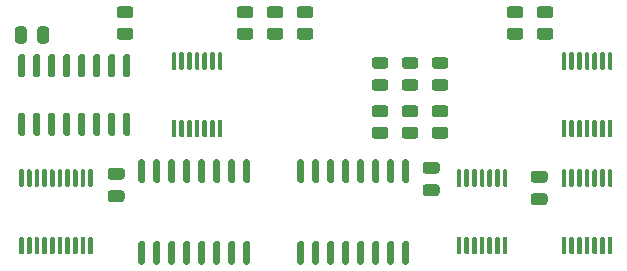
<source format=gbr>
%TF.GenerationSoftware,KiCad,Pcbnew,(5.1.10-1-10_14)*%
%TF.CreationDate,2021-11-15T20:19:36-05:00*%
%TF.ProjectId,interrupts,696e7465-7272-4757-9074-732e6b696361,rev?*%
%TF.SameCoordinates,Original*%
%TF.FileFunction,Paste,Top*%
%TF.FilePolarity,Positive*%
%FSLAX46Y46*%
G04 Gerber Fmt 4.6, Leading zero omitted, Abs format (unit mm)*
G04 Created by KiCad (PCBNEW (5.1.10-1-10_14)) date 2021-11-15 20:19:36*
%MOMM*%
%LPD*%
G01*
G04 APERTURE LIST*
G04 APERTURE END LIST*
%TO.C,U9*%
G36*
G01*
X160551000Y-100903000D02*
X160251000Y-100903000D01*
G75*
G02*
X160101000Y-100753000I0J150000D01*
G01*
X160101000Y-99078000D01*
G75*
G02*
X160251000Y-98928000I150000J0D01*
G01*
X160551000Y-98928000D01*
G75*
G02*
X160701000Y-99078000I0J-150000D01*
G01*
X160701000Y-100753000D01*
G75*
G02*
X160551000Y-100903000I-150000J0D01*
G01*
G37*
G36*
G01*
X161821000Y-100903000D02*
X161521000Y-100903000D01*
G75*
G02*
X161371000Y-100753000I0J150000D01*
G01*
X161371000Y-99078000D01*
G75*
G02*
X161521000Y-98928000I150000J0D01*
G01*
X161821000Y-98928000D01*
G75*
G02*
X161971000Y-99078000I0J-150000D01*
G01*
X161971000Y-100753000D01*
G75*
G02*
X161821000Y-100903000I-150000J0D01*
G01*
G37*
G36*
G01*
X163091000Y-100903000D02*
X162791000Y-100903000D01*
G75*
G02*
X162641000Y-100753000I0J150000D01*
G01*
X162641000Y-99078000D01*
G75*
G02*
X162791000Y-98928000I150000J0D01*
G01*
X163091000Y-98928000D01*
G75*
G02*
X163241000Y-99078000I0J-150000D01*
G01*
X163241000Y-100753000D01*
G75*
G02*
X163091000Y-100903000I-150000J0D01*
G01*
G37*
G36*
G01*
X164361000Y-100903000D02*
X164061000Y-100903000D01*
G75*
G02*
X163911000Y-100753000I0J150000D01*
G01*
X163911000Y-99078000D01*
G75*
G02*
X164061000Y-98928000I150000J0D01*
G01*
X164361000Y-98928000D01*
G75*
G02*
X164511000Y-99078000I0J-150000D01*
G01*
X164511000Y-100753000D01*
G75*
G02*
X164361000Y-100903000I-150000J0D01*
G01*
G37*
G36*
G01*
X165631000Y-100903000D02*
X165331000Y-100903000D01*
G75*
G02*
X165181000Y-100753000I0J150000D01*
G01*
X165181000Y-99078000D01*
G75*
G02*
X165331000Y-98928000I150000J0D01*
G01*
X165631000Y-98928000D01*
G75*
G02*
X165781000Y-99078000I0J-150000D01*
G01*
X165781000Y-100753000D01*
G75*
G02*
X165631000Y-100903000I-150000J0D01*
G01*
G37*
G36*
G01*
X166901000Y-100903000D02*
X166601000Y-100903000D01*
G75*
G02*
X166451000Y-100753000I0J150000D01*
G01*
X166451000Y-99078000D01*
G75*
G02*
X166601000Y-98928000I150000J0D01*
G01*
X166901000Y-98928000D01*
G75*
G02*
X167051000Y-99078000I0J-150000D01*
G01*
X167051000Y-100753000D01*
G75*
G02*
X166901000Y-100903000I-150000J0D01*
G01*
G37*
G36*
G01*
X168171000Y-100903000D02*
X167871000Y-100903000D01*
G75*
G02*
X167721000Y-100753000I0J150000D01*
G01*
X167721000Y-99078000D01*
G75*
G02*
X167871000Y-98928000I150000J0D01*
G01*
X168171000Y-98928000D01*
G75*
G02*
X168321000Y-99078000I0J-150000D01*
G01*
X168321000Y-100753000D01*
G75*
G02*
X168171000Y-100903000I-150000J0D01*
G01*
G37*
G36*
G01*
X169441000Y-100903000D02*
X169141000Y-100903000D01*
G75*
G02*
X168991000Y-100753000I0J150000D01*
G01*
X168991000Y-99078000D01*
G75*
G02*
X169141000Y-98928000I150000J0D01*
G01*
X169441000Y-98928000D01*
G75*
G02*
X169591000Y-99078000I0J-150000D01*
G01*
X169591000Y-100753000D01*
G75*
G02*
X169441000Y-100903000I-150000J0D01*
G01*
G37*
G36*
G01*
X169441000Y-107828000D02*
X169141000Y-107828000D01*
G75*
G02*
X168991000Y-107678000I0J150000D01*
G01*
X168991000Y-106003000D01*
G75*
G02*
X169141000Y-105853000I150000J0D01*
G01*
X169441000Y-105853000D01*
G75*
G02*
X169591000Y-106003000I0J-150000D01*
G01*
X169591000Y-107678000D01*
G75*
G02*
X169441000Y-107828000I-150000J0D01*
G01*
G37*
G36*
G01*
X168171000Y-107828000D02*
X167871000Y-107828000D01*
G75*
G02*
X167721000Y-107678000I0J150000D01*
G01*
X167721000Y-106003000D01*
G75*
G02*
X167871000Y-105853000I150000J0D01*
G01*
X168171000Y-105853000D01*
G75*
G02*
X168321000Y-106003000I0J-150000D01*
G01*
X168321000Y-107678000D01*
G75*
G02*
X168171000Y-107828000I-150000J0D01*
G01*
G37*
G36*
G01*
X166901000Y-107828000D02*
X166601000Y-107828000D01*
G75*
G02*
X166451000Y-107678000I0J150000D01*
G01*
X166451000Y-106003000D01*
G75*
G02*
X166601000Y-105853000I150000J0D01*
G01*
X166901000Y-105853000D01*
G75*
G02*
X167051000Y-106003000I0J-150000D01*
G01*
X167051000Y-107678000D01*
G75*
G02*
X166901000Y-107828000I-150000J0D01*
G01*
G37*
G36*
G01*
X165631000Y-107828000D02*
X165331000Y-107828000D01*
G75*
G02*
X165181000Y-107678000I0J150000D01*
G01*
X165181000Y-106003000D01*
G75*
G02*
X165331000Y-105853000I150000J0D01*
G01*
X165631000Y-105853000D01*
G75*
G02*
X165781000Y-106003000I0J-150000D01*
G01*
X165781000Y-107678000D01*
G75*
G02*
X165631000Y-107828000I-150000J0D01*
G01*
G37*
G36*
G01*
X164361000Y-107828000D02*
X164061000Y-107828000D01*
G75*
G02*
X163911000Y-107678000I0J150000D01*
G01*
X163911000Y-106003000D01*
G75*
G02*
X164061000Y-105853000I150000J0D01*
G01*
X164361000Y-105853000D01*
G75*
G02*
X164511000Y-106003000I0J-150000D01*
G01*
X164511000Y-107678000D01*
G75*
G02*
X164361000Y-107828000I-150000J0D01*
G01*
G37*
G36*
G01*
X163091000Y-107828000D02*
X162791000Y-107828000D01*
G75*
G02*
X162641000Y-107678000I0J150000D01*
G01*
X162641000Y-106003000D01*
G75*
G02*
X162791000Y-105853000I150000J0D01*
G01*
X163091000Y-105853000D01*
G75*
G02*
X163241000Y-106003000I0J-150000D01*
G01*
X163241000Y-107678000D01*
G75*
G02*
X163091000Y-107828000I-150000J0D01*
G01*
G37*
G36*
G01*
X161821000Y-107828000D02*
X161521000Y-107828000D01*
G75*
G02*
X161371000Y-107678000I0J150000D01*
G01*
X161371000Y-106003000D01*
G75*
G02*
X161521000Y-105853000I150000J0D01*
G01*
X161821000Y-105853000D01*
G75*
G02*
X161971000Y-106003000I0J-150000D01*
G01*
X161971000Y-107678000D01*
G75*
G02*
X161821000Y-107828000I-150000J0D01*
G01*
G37*
G36*
G01*
X160551000Y-107828000D02*
X160251000Y-107828000D01*
G75*
G02*
X160101000Y-107678000I0J150000D01*
G01*
X160101000Y-106003000D01*
G75*
G02*
X160251000Y-105853000I150000J0D01*
G01*
X160551000Y-105853000D01*
G75*
G02*
X160701000Y-106003000I0J-150000D01*
G01*
X160701000Y-107678000D01*
G75*
G02*
X160551000Y-107828000I-150000J0D01*
G01*
G37*
%TD*%
%TO.C,U8*%
G36*
G01*
X147089000Y-100903000D02*
X146789000Y-100903000D01*
G75*
G02*
X146639000Y-100753000I0J150000D01*
G01*
X146639000Y-99078000D01*
G75*
G02*
X146789000Y-98928000I150000J0D01*
G01*
X147089000Y-98928000D01*
G75*
G02*
X147239000Y-99078000I0J-150000D01*
G01*
X147239000Y-100753000D01*
G75*
G02*
X147089000Y-100903000I-150000J0D01*
G01*
G37*
G36*
G01*
X148359000Y-100903000D02*
X148059000Y-100903000D01*
G75*
G02*
X147909000Y-100753000I0J150000D01*
G01*
X147909000Y-99078000D01*
G75*
G02*
X148059000Y-98928000I150000J0D01*
G01*
X148359000Y-98928000D01*
G75*
G02*
X148509000Y-99078000I0J-150000D01*
G01*
X148509000Y-100753000D01*
G75*
G02*
X148359000Y-100903000I-150000J0D01*
G01*
G37*
G36*
G01*
X149629000Y-100903000D02*
X149329000Y-100903000D01*
G75*
G02*
X149179000Y-100753000I0J150000D01*
G01*
X149179000Y-99078000D01*
G75*
G02*
X149329000Y-98928000I150000J0D01*
G01*
X149629000Y-98928000D01*
G75*
G02*
X149779000Y-99078000I0J-150000D01*
G01*
X149779000Y-100753000D01*
G75*
G02*
X149629000Y-100903000I-150000J0D01*
G01*
G37*
G36*
G01*
X150899000Y-100903000D02*
X150599000Y-100903000D01*
G75*
G02*
X150449000Y-100753000I0J150000D01*
G01*
X150449000Y-99078000D01*
G75*
G02*
X150599000Y-98928000I150000J0D01*
G01*
X150899000Y-98928000D01*
G75*
G02*
X151049000Y-99078000I0J-150000D01*
G01*
X151049000Y-100753000D01*
G75*
G02*
X150899000Y-100903000I-150000J0D01*
G01*
G37*
G36*
G01*
X152169000Y-100903000D02*
X151869000Y-100903000D01*
G75*
G02*
X151719000Y-100753000I0J150000D01*
G01*
X151719000Y-99078000D01*
G75*
G02*
X151869000Y-98928000I150000J0D01*
G01*
X152169000Y-98928000D01*
G75*
G02*
X152319000Y-99078000I0J-150000D01*
G01*
X152319000Y-100753000D01*
G75*
G02*
X152169000Y-100903000I-150000J0D01*
G01*
G37*
G36*
G01*
X153439000Y-100903000D02*
X153139000Y-100903000D01*
G75*
G02*
X152989000Y-100753000I0J150000D01*
G01*
X152989000Y-99078000D01*
G75*
G02*
X153139000Y-98928000I150000J0D01*
G01*
X153439000Y-98928000D01*
G75*
G02*
X153589000Y-99078000I0J-150000D01*
G01*
X153589000Y-100753000D01*
G75*
G02*
X153439000Y-100903000I-150000J0D01*
G01*
G37*
G36*
G01*
X154709000Y-100903000D02*
X154409000Y-100903000D01*
G75*
G02*
X154259000Y-100753000I0J150000D01*
G01*
X154259000Y-99078000D01*
G75*
G02*
X154409000Y-98928000I150000J0D01*
G01*
X154709000Y-98928000D01*
G75*
G02*
X154859000Y-99078000I0J-150000D01*
G01*
X154859000Y-100753000D01*
G75*
G02*
X154709000Y-100903000I-150000J0D01*
G01*
G37*
G36*
G01*
X155979000Y-100903000D02*
X155679000Y-100903000D01*
G75*
G02*
X155529000Y-100753000I0J150000D01*
G01*
X155529000Y-99078000D01*
G75*
G02*
X155679000Y-98928000I150000J0D01*
G01*
X155979000Y-98928000D01*
G75*
G02*
X156129000Y-99078000I0J-150000D01*
G01*
X156129000Y-100753000D01*
G75*
G02*
X155979000Y-100903000I-150000J0D01*
G01*
G37*
G36*
G01*
X155979000Y-107828000D02*
X155679000Y-107828000D01*
G75*
G02*
X155529000Y-107678000I0J150000D01*
G01*
X155529000Y-106003000D01*
G75*
G02*
X155679000Y-105853000I150000J0D01*
G01*
X155979000Y-105853000D01*
G75*
G02*
X156129000Y-106003000I0J-150000D01*
G01*
X156129000Y-107678000D01*
G75*
G02*
X155979000Y-107828000I-150000J0D01*
G01*
G37*
G36*
G01*
X154709000Y-107828000D02*
X154409000Y-107828000D01*
G75*
G02*
X154259000Y-107678000I0J150000D01*
G01*
X154259000Y-106003000D01*
G75*
G02*
X154409000Y-105853000I150000J0D01*
G01*
X154709000Y-105853000D01*
G75*
G02*
X154859000Y-106003000I0J-150000D01*
G01*
X154859000Y-107678000D01*
G75*
G02*
X154709000Y-107828000I-150000J0D01*
G01*
G37*
G36*
G01*
X153439000Y-107828000D02*
X153139000Y-107828000D01*
G75*
G02*
X152989000Y-107678000I0J150000D01*
G01*
X152989000Y-106003000D01*
G75*
G02*
X153139000Y-105853000I150000J0D01*
G01*
X153439000Y-105853000D01*
G75*
G02*
X153589000Y-106003000I0J-150000D01*
G01*
X153589000Y-107678000D01*
G75*
G02*
X153439000Y-107828000I-150000J0D01*
G01*
G37*
G36*
G01*
X152169000Y-107828000D02*
X151869000Y-107828000D01*
G75*
G02*
X151719000Y-107678000I0J150000D01*
G01*
X151719000Y-106003000D01*
G75*
G02*
X151869000Y-105853000I150000J0D01*
G01*
X152169000Y-105853000D01*
G75*
G02*
X152319000Y-106003000I0J-150000D01*
G01*
X152319000Y-107678000D01*
G75*
G02*
X152169000Y-107828000I-150000J0D01*
G01*
G37*
G36*
G01*
X150899000Y-107828000D02*
X150599000Y-107828000D01*
G75*
G02*
X150449000Y-107678000I0J150000D01*
G01*
X150449000Y-106003000D01*
G75*
G02*
X150599000Y-105853000I150000J0D01*
G01*
X150899000Y-105853000D01*
G75*
G02*
X151049000Y-106003000I0J-150000D01*
G01*
X151049000Y-107678000D01*
G75*
G02*
X150899000Y-107828000I-150000J0D01*
G01*
G37*
G36*
G01*
X149629000Y-107828000D02*
X149329000Y-107828000D01*
G75*
G02*
X149179000Y-107678000I0J150000D01*
G01*
X149179000Y-106003000D01*
G75*
G02*
X149329000Y-105853000I150000J0D01*
G01*
X149629000Y-105853000D01*
G75*
G02*
X149779000Y-106003000I0J-150000D01*
G01*
X149779000Y-107678000D01*
G75*
G02*
X149629000Y-107828000I-150000J0D01*
G01*
G37*
G36*
G01*
X148359000Y-107828000D02*
X148059000Y-107828000D01*
G75*
G02*
X147909000Y-107678000I0J150000D01*
G01*
X147909000Y-106003000D01*
G75*
G02*
X148059000Y-105853000I150000J0D01*
G01*
X148359000Y-105853000D01*
G75*
G02*
X148509000Y-106003000I0J-150000D01*
G01*
X148509000Y-107678000D01*
G75*
G02*
X148359000Y-107828000I-150000J0D01*
G01*
G37*
G36*
G01*
X147089000Y-107828000D02*
X146789000Y-107828000D01*
G75*
G02*
X146639000Y-107678000I0J150000D01*
G01*
X146639000Y-106003000D01*
G75*
G02*
X146789000Y-105853000I150000J0D01*
G01*
X147089000Y-105853000D01*
G75*
G02*
X147239000Y-106003000I0J-150000D01*
G01*
X147239000Y-107678000D01*
G75*
G02*
X147089000Y-107828000I-150000J0D01*
G01*
G37*
%TD*%
%TO.C,U13*%
G36*
G01*
X149788000Y-91347000D02*
X149588000Y-91347000D01*
G75*
G02*
X149488000Y-91247000I0J100000D01*
G01*
X149488000Y-89972000D01*
G75*
G02*
X149588000Y-89872000I100000J0D01*
G01*
X149788000Y-89872000D01*
G75*
G02*
X149888000Y-89972000I0J-100000D01*
G01*
X149888000Y-91247000D01*
G75*
G02*
X149788000Y-91347000I-100000J0D01*
G01*
G37*
G36*
G01*
X150438000Y-91347000D02*
X150238000Y-91347000D01*
G75*
G02*
X150138000Y-91247000I0J100000D01*
G01*
X150138000Y-89972000D01*
G75*
G02*
X150238000Y-89872000I100000J0D01*
G01*
X150438000Y-89872000D01*
G75*
G02*
X150538000Y-89972000I0J-100000D01*
G01*
X150538000Y-91247000D01*
G75*
G02*
X150438000Y-91347000I-100000J0D01*
G01*
G37*
G36*
G01*
X151088000Y-91347000D02*
X150888000Y-91347000D01*
G75*
G02*
X150788000Y-91247000I0J100000D01*
G01*
X150788000Y-89972000D01*
G75*
G02*
X150888000Y-89872000I100000J0D01*
G01*
X151088000Y-89872000D01*
G75*
G02*
X151188000Y-89972000I0J-100000D01*
G01*
X151188000Y-91247000D01*
G75*
G02*
X151088000Y-91347000I-100000J0D01*
G01*
G37*
G36*
G01*
X151738000Y-91347000D02*
X151538000Y-91347000D01*
G75*
G02*
X151438000Y-91247000I0J100000D01*
G01*
X151438000Y-89972000D01*
G75*
G02*
X151538000Y-89872000I100000J0D01*
G01*
X151738000Y-89872000D01*
G75*
G02*
X151838000Y-89972000I0J-100000D01*
G01*
X151838000Y-91247000D01*
G75*
G02*
X151738000Y-91347000I-100000J0D01*
G01*
G37*
G36*
G01*
X152388000Y-91347000D02*
X152188000Y-91347000D01*
G75*
G02*
X152088000Y-91247000I0J100000D01*
G01*
X152088000Y-89972000D01*
G75*
G02*
X152188000Y-89872000I100000J0D01*
G01*
X152388000Y-89872000D01*
G75*
G02*
X152488000Y-89972000I0J-100000D01*
G01*
X152488000Y-91247000D01*
G75*
G02*
X152388000Y-91347000I-100000J0D01*
G01*
G37*
G36*
G01*
X153038000Y-91347000D02*
X152838000Y-91347000D01*
G75*
G02*
X152738000Y-91247000I0J100000D01*
G01*
X152738000Y-89972000D01*
G75*
G02*
X152838000Y-89872000I100000J0D01*
G01*
X153038000Y-89872000D01*
G75*
G02*
X153138000Y-89972000I0J-100000D01*
G01*
X153138000Y-91247000D01*
G75*
G02*
X153038000Y-91347000I-100000J0D01*
G01*
G37*
G36*
G01*
X153688000Y-91347000D02*
X153488000Y-91347000D01*
G75*
G02*
X153388000Y-91247000I0J100000D01*
G01*
X153388000Y-89972000D01*
G75*
G02*
X153488000Y-89872000I100000J0D01*
G01*
X153688000Y-89872000D01*
G75*
G02*
X153788000Y-89972000I0J-100000D01*
G01*
X153788000Y-91247000D01*
G75*
G02*
X153688000Y-91347000I-100000J0D01*
G01*
G37*
G36*
G01*
X153688000Y-97072000D02*
X153488000Y-97072000D01*
G75*
G02*
X153388000Y-96972000I0J100000D01*
G01*
X153388000Y-95697000D01*
G75*
G02*
X153488000Y-95597000I100000J0D01*
G01*
X153688000Y-95597000D01*
G75*
G02*
X153788000Y-95697000I0J-100000D01*
G01*
X153788000Y-96972000D01*
G75*
G02*
X153688000Y-97072000I-100000J0D01*
G01*
G37*
G36*
G01*
X153038000Y-97072000D02*
X152838000Y-97072000D01*
G75*
G02*
X152738000Y-96972000I0J100000D01*
G01*
X152738000Y-95697000D01*
G75*
G02*
X152838000Y-95597000I100000J0D01*
G01*
X153038000Y-95597000D01*
G75*
G02*
X153138000Y-95697000I0J-100000D01*
G01*
X153138000Y-96972000D01*
G75*
G02*
X153038000Y-97072000I-100000J0D01*
G01*
G37*
G36*
G01*
X152388000Y-97072000D02*
X152188000Y-97072000D01*
G75*
G02*
X152088000Y-96972000I0J100000D01*
G01*
X152088000Y-95697000D01*
G75*
G02*
X152188000Y-95597000I100000J0D01*
G01*
X152388000Y-95597000D01*
G75*
G02*
X152488000Y-95697000I0J-100000D01*
G01*
X152488000Y-96972000D01*
G75*
G02*
X152388000Y-97072000I-100000J0D01*
G01*
G37*
G36*
G01*
X151738000Y-97072000D02*
X151538000Y-97072000D01*
G75*
G02*
X151438000Y-96972000I0J100000D01*
G01*
X151438000Y-95697000D01*
G75*
G02*
X151538000Y-95597000I100000J0D01*
G01*
X151738000Y-95597000D01*
G75*
G02*
X151838000Y-95697000I0J-100000D01*
G01*
X151838000Y-96972000D01*
G75*
G02*
X151738000Y-97072000I-100000J0D01*
G01*
G37*
G36*
G01*
X151088000Y-97072000D02*
X150888000Y-97072000D01*
G75*
G02*
X150788000Y-96972000I0J100000D01*
G01*
X150788000Y-95697000D01*
G75*
G02*
X150888000Y-95597000I100000J0D01*
G01*
X151088000Y-95597000D01*
G75*
G02*
X151188000Y-95697000I0J-100000D01*
G01*
X151188000Y-96972000D01*
G75*
G02*
X151088000Y-97072000I-100000J0D01*
G01*
G37*
G36*
G01*
X150438000Y-97072000D02*
X150238000Y-97072000D01*
G75*
G02*
X150138000Y-96972000I0J100000D01*
G01*
X150138000Y-95697000D01*
G75*
G02*
X150238000Y-95597000I100000J0D01*
G01*
X150438000Y-95597000D01*
G75*
G02*
X150538000Y-95697000I0J-100000D01*
G01*
X150538000Y-96972000D01*
G75*
G02*
X150438000Y-97072000I-100000J0D01*
G01*
G37*
G36*
G01*
X149788000Y-97072000D02*
X149588000Y-97072000D01*
G75*
G02*
X149488000Y-96972000I0J100000D01*
G01*
X149488000Y-95697000D01*
G75*
G02*
X149588000Y-95597000I100000J0D01*
G01*
X149788000Y-95597000D01*
G75*
G02*
X149888000Y-95697000I0J-100000D01*
G01*
X149888000Y-96972000D01*
G75*
G02*
X149788000Y-97072000I-100000J0D01*
G01*
G37*
%TD*%
%TO.C,C4*%
G36*
G01*
X138118000Y-88867000D02*
X138118000Y-87917000D01*
G75*
G02*
X138368000Y-87667000I250000J0D01*
G01*
X138868000Y-87667000D01*
G75*
G02*
X139118000Y-87917000I0J-250000D01*
G01*
X139118000Y-88867000D01*
G75*
G02*
X138868000Y-89117000I-250000J0D01*
G01*
X138368000Y-89117000D01*
G75*
G02*
X138118000Y-88867000I0J250000D01*
G01*
G37*
G36*
G01*
X136218000Y-88867000D02*
X136218000Y-87917000D01*
G75*
G02*
X136468000Y-87667000I250000J0D01*
G01*
X136968000Y-87667000D01*
G75*
G02*
X137218000Y-87917000I0J-250000D01*
G01*
X137218000Y-88867000D01*
G75*
G02*
X136968000Y-89117000I-250000J0D01*
G01*
X136468000Y-89117000D01*
G75*
G02*
X136218000Y-88867000I0J250000D01*
G01*
G37*
%TD*%
%TO.C,C3*%
G36*
G01*
X180119000Y-101796000D02*
X181069000Y-101796000D01*
G75*
G02*
X181319000Y-102046000I0J-250000D01*
G01*
X181319000Y-102546000D01*
G75*
G02*
X181069000Y-102796000I-250000J0D01*
G01*
X180119000Y-102796000D01*
G75*
G02*
X179869000Y-102546000I0J250000D01*
G01*
X179869000Y-102046000D01*
G75*
G02*
X180119000Y-101796000I250000J0D01*
G01*
G37*
G36*
G01*
X180119000Y-99896000D02*
X181069000Y-99896000D01*
G75*
G02*
X181319000Y-100146000I0J-250000D01*
G01*
X181319000Y-100646000D01*
G75*
G02*
X181069000Y-100896000I-250000J0D01*
G01*
X180119000Y-100896000D01*
G75*
G02*
X179869000Y-100646000I0J250000D01*
G01*
X179869000Y-100146000D01*
G75*
G02*
X180119000Y-99896000I250000J0D01*
G01*
G37*
%TD*%
%TO.C,C2*%
G36*
G01*
X144305000Y-101542000D02*
X145255000Y-101542000D01*
G75*
G02*
X145505000Y-101792000I0J-250000D01*
G01*
X145505000Y-102292000D01*
G75*
G02*
X145255000Y-102542000I-250000J0D01*
G01*
X144305000Y-102542000D01*
G75*
G02*
X144055000Y-102292000I0J250000D01*
G01*
X144055000Y-101792000D01*
G75*
G02*
X144305000Y-101542000I250000J0D01*
G01*
G37*
G36*
G01*
X144305000Y-99642000D02*
X145255000Y-99642000D01*
G75*
G02*
X145505000Y-99892000I0J-250000D01*
G01*
X145505000Y-100392000D01*
G75*
G02*
X145255000Y-100642000I-250000J0D01*
G01*
X144305000Y-100642000D01*
G75*
G02*
X144055000Y-100392000I0J250000D01*
G01*
X144055000Y-99892000D01*
G75*
G02*
X144305000Y-99642000I250000J0D01*
G01*
G37*
%TD*%
%TO.C,C1*%
G36*
G01*
X170975000Y-101034000D02*
X171925000Y-101034000D01*
G75*
G02*
X172175000Y-101284000I0J-250000D01*
G01*
X172175000Y-101784000D01*
G75*
G02*
X171925000Y-102034000I-250000J0D01*
G01*
X170975000Y-102034000D01*
G75*
G02*
X170725000Y-101784000I0J250000D01*
G01*
X170725000Y-101284000D01*
G75*
G02*
X170975000Y-101034000I250000J0D01*
G01*
G37*
G36*
G01*
X170975000Y-99134000D02*
X171925000Y-99134000D01*
G75*
G02*
X172175000Y-99384000I0J-250000D01*
G01*
X172175000Y-99884000D01*
G75*
G02*
X171925000Y-100134000I-250000J0D01*
G01*
X170975000Y-100134000D01*
G75*
G02*
X170725000Y-99884000I0J250000D01*
G01*
X170725000Y-99384000D01*
G75*
G02*
X170975000Y-99134000I250000J0D01*
G01*
G37*
%TD*%
%TO.C,R9*%
G36*
G01*
X145091998Y-87776000D02*
X145992002Y-87776000D01*
G75*
G02*
X146242000Y-88025998I0J-249998D01*
G01*
X146242000Y-88551002D01*
G75*
G02*
X145992002Y-88801000I-249998J0D01*
G01*
X145091998Y-88801000D01*
G75*
G02*
X144842000Y-88551002I0J249998D01*
G01*
X144842000Y-88025998D01*
G75*
G02*
X145091998Y-87776000I249998J0D01*
G01*
G37*
G36*
G01*
X145091998Y-85951000D02*
X145992002Y-85951000D01*
G75*
G02*
X146242000Y-86200998I0J-249998D01*
G01*
X146242000Y-86726002D01*
G75*
G02*
X145992002Y-86976000I-249998J0D01*
G01*
X145091998Y-86976000D01*
G75*
G02*
X144842000Y-86726002I0J249998D01*
G01*
X144842000Y-86200998D01*
G75*
G02*
X145091998Y-85951000I249998J0D01*
G01*
G37*
%TD*%
%TO.C,R8*%
G36*
G01*
X178111998Y-87776000D02*
X179012002Y-87776000D01*
G75*
G02*
X179262000Y-88025998I0J-249998D01*
G01*
X179262000Y-88551002D01*
G75*
G02*
X179012002Y-88801000I-249998J0D01*
G01*
X178111998Y-88801000D01*
G75*
G02*
X177862000Y-88551002I0J249998D01*
G01*
X177862000Y-88025998D01*
G75*
G02*
X178111998Y-87776000I249998J0D01*
G01*
G37*
G36*
G01*
X178111998Y-85951000D02*
X179012002Y-85951000D01*
G75*
G02*
X179262000Y-86200998I0J-249998D01*
G01*
X179262000Y-86726002D01*
G75*
G02*
X179012002Y-86976000I-249998J0D01*
G01*
X178111998Y-86976000D01*
G75*
G02*
X177862000Y-86726002I0J249998D01*
G01*
X177862000Y-86200998D01*
G75*
G02*
X178111998Y-85951000I249998J0D01*
G01*
G37*
%TD*%
%TO.C,R7*%
G36*
G01*
X180651998Y-87776000D02*
X181552002Y-87776000D01*
G75*
G02*
X181802000Y-88025998I0J-249998D01*
G01*
X181802000Y-88551002D01*
G75*
G02*
X181552002Y-88801000I-249998J0D01*
G01*
X180651998Y-88801000D01*
G75*
G02*
X180402000Y-88551002I0J249998D01*
G01*
X180402000Y-88025998D01*
G75*
G02*
X180651998Y-87776000I249998J0D01*
G01*
G37*
G36*
G01*
X180651998Y-85951000D02*
X181552002Y-85951000D01*
G75*
G02*
X181802000Y-86200998I0J-249998D01*
G01*
X181802000Y-86726002D01*
G75*
G02*
X181552002Y-86976000I-249998J0D01*
G01*
X180651998Y-86976000D01*
G75*
G02*
X180402000Y-86726002I0J249998D01*
G01*
X180402000Y-86200998D01*
G75*
G02*
X180651998Y-85951000I249998J0D01*
G01*
G37*
%TD*%
%TO.C,R6*%
G36*
G01*
X155251998Y-87776000D02*
X156152002Y-87776000D01*
G75*
G02*
X156402000Y-88025998I0J-249998D01*
G01*
X156402000Y-88551002D01*
G75*
G02*
X156152002Y-88801000I-249998J0D01*
G01*
X155251998Y-88801000D01*
G75*
G02*
X155002000Y-88551002I0J249998D01*
G01*
X155002000Y-88025998D01*
G75*
G02*
X155251998Y-87776000I249998J0D01*
G01*
G37*
G36*
G01*
X155251998Y-85951000D02*
X156152002Y-85951000D01*
G75*
G02*
X156402000Y-86200998I0J-249998D01*
G01*
X156402000Y-86726002D01*
G75*
G02*
X156152002Y-86976000I-249998J0D01*
G01*
X155251998Y-86976000D01*
G75*
G02*
X155002000Y-86726002I0J249998D01*
G01*
X155002000Y-86200998D01*
G75*
G02*
X155251998Y-85951000I249998J0D01*
G01*
G37*
%TD*%
%TO.C,R5*%
G36*
G01*
X157791998Y-87776000D02*
X158692002Y-87776000D01*
G75*
G02*
X158942000Y-88025998I0J-249998D01*
G01*
X158942000Y-88551002D01*
G75*
G02*
X158692002Y-88801000I-249998J0D01*
G01*
X157791998Y-88801000D01*
G75*
G02*
X157542000Y-88551002I0J249998D01*
G01*
X157542000Y-88025998D01*
G75*
G02*
X157791998Y-87776000I249998J0D01*
G01*
G37*
G36*
G01*
X157791998Y-85951000D02*
X158692002Y-85951000D01*
G75*
G02*
X158942000Y-86200998I0J-249998D01*
G01*
X158942000Y-86726002D01*
G75*
G02*
X158692002Y-86976000I-249998J0D01*
G01*
X157791998Y-86976000D01*
G75*
G02*
X157542000Y-86726002I0J249998D01*
G01*
X157542000Y-86200998D01*
G75*
G02*
X157791998Y-85951000I249998J0D01*
G01*
G37*
%TD*%
%TO.C,R4*%
G36*
G01*
X160331998Y-87776000D02*
X161232002Y-87776000D01*
G75*
G02*
X161482000Y-88025998I0J-249998D01*
G01*
X161482000Y-88551002D01*
G75*
G02*
X161232002Y-88801000I-249998J0D01*
G01*
X160331998Y-88801000D01*
G75*
G02*
X160082000Y-88551002I0J249998D01*
G01*
X160082000Y-88025998D01*
G75*
G02*
X160331998Y-87776000I249998J0D01*
G01*
G37*
G36*
G01*
X160331998Y-85951000D02*
X161232002Y-85951000D01*
G75*
G02*
X161482000Y-86200998I0J-249998D01*
G01*
X161482000Y-86726002D01*
G75*
G02*
X161232002Y-86976000I-249998J0D01*
G01*
X160331998Y-86976000D01*
G75*
G02*
X160082000Y-86726002I0J249998D01*
G01*
X160082000Y-86200998D01*
G75*
G02*
X160331998Y-85951000I249998J0D01*
G01*
G37*
%TD*%
%TO.C,R3*%
G36*
G01*
X171761998Y-96158000D02*
X172662002Y-96158000D01*
G75*
G02*
X172912000Y-96407998I0J-249998D01*
G01*
X172912000Y-96933002D01*
G75*
G02*
X172662002Y-97183000I-249998J0D01*
G01*
X171761998Y-97183000D01*
G75*
G02*
X171512000Y-96933002I0J249998D01*
G01*
X171512000Y-96407998D01*
G75*
G02*
X171761998Y-96158000I249998J0D01*
G01*
G37*
G36*
G01*
X171761998Y-94333000D02*
X172662002Y-94333000D01*
G75*
G02*
X172912000Y-94582998I0J-249998D01*
G01*
X172912000Y-95108002D01*
G75*
G02*
X172662002Y-95358000I-249998J0D01*
G01*
X171761998Y-95358000D01*
G75*
G02*
X171512000Y-95108002I0J249998D01*
G01*
X171512000Y-94582998D01*
G75*
G02*
X171761998Y-94333000I249998J0D01*
G01*
G37*
%TD*%
%TO.C,R2*%
G36*
G01*
X169221998Y-96158000D02*
X170122002Y-96158000D01*
G75*
G02*
X170372000Y-96407998I0J-249998D01*
G01*
X170372000Y-96933002D01*
G75*
G02*
X170122002Y-97183000I-249998J0D01*
G01*
X169221998Y-97183000D01*
G75*
G02*
X168972000Y-96933002I0J249998D01*
G01*
X168972000Y-96407998D01*
G75*
G02*
X169221998Y-96158000I249998J0D01*
G01*
G37*
G36*
G01*
X169221998Y-94333000D02*
X170122002Y-94333000D01*
G75*
G02*
X170372000Y-94582998I0J-249998D01*
G01*
X170372000Y-95108002D01*
G75*
G02*
X170122002Y-95358000I-249998J0D01*
G01*
X169221998Y-95358000D01*
G75*
G02*
X168972000Y-95108002I0J249998D01*
G01*
X168972000Y-94582998D01*
G75*
G02*
X169221998Y-94333000I249998J0D01*
G01*
G37*
%TD*%
%TO.C,R1*%
G36*
G01*
X166681998Y-96158000D02*
X167582002Y-96158000D01*
G75*
G02*
X167832000Y-96407998I0J-249998D01*
G01*
X167832000Y-96933002D01*
G75*
G02*
X167582002Y-97183000I-249998J0D01*
G01*
X166681998Y-97183000D01*
G75*
G02*
X166432000Y-96933002I0J249998D01*
G01*
X166432000Y-96407998D01*
G75*
G02*
X166681998Y-96158000I249998J0D01*
G01*
G37*
G36*
G01*
X166681998Y-94333000D02*
X167582002Y-94333000D01*
G75*
G02*
X167832000Y-94582998I0J-249998D01*
G01*
X167832000Y-95108002D01*
G75*
G02*
X167582002Y-95358000I-249998J0D01*
G01*
X166681998Y-95358000D01*
G75*
G02*
X166432000Y-95108002I0J249998D01*
G01*
X166432000Y-94582998D01*
G75*
G02*
X166681998Y-94333000I249998J0D01*
G01*
G37*
%TD*%
%TO.C,D3*%
G36*
G01*
X172668250Y-91244000D02*
X171755750Y-91244000D01*
G75*
G02*
X171512000Y-91000250I0J243750D01*
G01*
X171512000Y-90512750D01*
G75*
G02*
X171755750Y-90269000I243750J0D01*
G01*
X172668250Y-90269000D01*
G75*
G02*
X172912000Y-90512750I0J-243750D01*
G01*
X172912000Y-91000250D01*
G75*
G02*
X172668250Y-91244000I-243750J0D01*
G01*
G37*
G36*
G01*
X172668250Y-93119000D02*
X171755750Y-93119000D01*
G75*
G02*
X171512000Y-92875250I0J243750D01*
G01*
X171512000Y-92387750D01*
G75*
G02*
X171755750Y-92144000I243750J0D01*
G01*
X172668250Y-92144000D01*
G75*
G02*
X172912000Y-92387750I0J-243750D01*
G01*
X172912000Y-92875250D01*
G75*
G02*
X172668250Y-93119000I-243750J0D01*
G01*
G37*
%TD*%
%TO.C,D2*%
G36*
G01*
X170128250Y-91244000D02*
X169215750Y-91244000D01*
G75*
G02*
X168972000Y-91000250I0J243750D01*
G01*
X168972000Y-90512750D01*
G75*
G02*
X169215750Y-90269000I243750J0D01*
G01*
X170128250Y-90269000D01*
G75*
G02*
X170372000Y-90512750I0J-243750D01*
G01*
X170372000Y-91000250D01*
G75*
G02*
X170128250Y-91244000I-243750J0D01*
G01*
G37*
G36*
G01*
X170128250Y-93119000D02*
X169215750Y-93119000D01*
G75*
G02*
X168972000Y-92875250I0J243750D01*
G01*
X168972000Y-92387750D01*
G75*
G02*
X169215750Y-92144000I243750J0D01*
G01*
X170128250Y-92144000D01*
G75*
G02*
X170372000Y-92387750I0J-243750D01*
G01*
X170372000Y-92875250D01*
G75*
G02*
X170128250Y-93119000I-243750J0D01*
G01*
G37*
%TD*%
%TO.C,D1*%
G36*
G01*
X167588250Y-91244000D02*
X166675750Y-91244000D01*
G75*
G02*
X166432000Y-91000250I0J243750D01*
G01*
X166432000Y-90512750D01*
G75*
G02*
X166675750Y-90269000I243750J0D01*
G01*
X167588250Y-90269000D01*
G75*
G02*
X167832000Y-90512750I0J-243750D01*
G01*
X167832000Y-91000250D01*
G75*
G02*
X167588250Y-91244000I-243750J0D01*
G01*
G37*
G36*
G01*
X167588250Y-93119000D02*
X166675750Y-93119000D01*
G75*
G02*
X166432000Y-92875250I0J243750D01*
G01*
X166432000Y-92387750D01*
G75*
G02*
X166675750Y-92144000I243750J0D01*
G01*
X167588250Y-92144000D01*
G75*
G02*
X167832000Y-92387750I0J-243750D01*
G01*
X167832000Y-92875250D01*
G75*
G02*
X167588250Y-93119000I-243750J0D01*
G01*
G37*
%TD*%
%TO.C,U12*%
G36*
G01*
X182808000Y-91347000D02*
X182608000Y-91347000D01*
G75*
G02*
X182508000Y-91247000I0J100000D01*
G01*
X182508000Y-89972000D01*
G75*
G02*
X182608000Y-89872000I100000J0D01*
G01*
X182808000Y-89872000D01*
G75*
G02*
X182908000Y-89972000I0J-100000D01*
G01*
X182908000Y-91247000D01*
G75*
G02*
X182808000Y-91347000I-100000J0D01*
G01*
G37*
G36*
G01*
X183458000Y-91347000D02*
X183258000Y-91347000D01*
G75*
G02*
X183158000Y-91247000I0J100000D01*
G01*
X183158000Y-89972000D01*
G75*
G02*
X183258000Y-89872000I100000J0D01*
G01*
X183458000Y-89872000D01*
G75*
G02*
X183558000Y-89972000I0J-100000D01*
G01*
X183558000Y-91247000D01*
G75*
G02*
X183458000Y-91347000I-100000J0D01*
G01*
G37*
G36*
G01*
X184108000Y-91347000D02*
X183908000Y-91347000D01*
G75*
G02*
X183808000Y-91247000I0J100000D01*
G01*
X183808000Y-89972000D01*
G75*
G02*
X183908000Y-89872000I100000J0D01*
G01*
X184108000Y-89872000D01*
G75*
G02*
X184208000Y-89972000I0J-100000D01*
G01*
X184208000Y-91247000D01*
G75*
G02*
X184108000Y-91347000I-100000J0D01*
G01*
G37*
G36*
G01*
X184758000Y-91347000D02*
X184558000Y-91347000D01*
G75*
G02*
X184458000Y-91247000I0J100000D01*
G01*
X184458000Y-89972000D01*
G75*
G02*
X184558000Y-89872000I100000J0D01*
G01*
X184758000Y-89872000D01*
G75*
G02*
X184858000Y-89972000I0J-100000D01*
G01*
X184858000Y-91247000D01*
G75*
G02*
X184758000Y-91347000I-100000J0D01*
G01*
G37*
G36*
G01*
X185408000Y-91347000D02*
X185208000Y-91347000D01*
G75*
G02*
X185108000Y-91247000I0J100000D01*
G01*
X185108000Y-89972000D01*
G75*
G02*
X185208000Y-89872000I100000J0D01*
G01*
X185408000Y-89872000D01*
G75*
G02*
X185508000Y-89972000I0J-100000D01*
G01*
X185508000Y-91247000D01*
G75*
G02*
X185408000Y-91347000I-100000J0D01*
G01*
G37*
G36*
G01*
X186058000Y-91347000D02*
X185858000Y-91347000D01*
G75*
G02*
X185758000Y-91247000I0J100000D01*
G01*
X185758000Y-89972000D01*
G75*
G02*
X185858000Y-89872000I100000J0D01*
G01*
X186058000Y-89872000D01*
G75*
G02*
X186158000Y-89972000I0J-100000D01*
G01*
X186158000Y-91247000D01*
G75*
G02*
X186058000Y-91347000I-100000J0D01*
G01*
G37*
G36*
G01*
X186708000Y-91347000D02*
X186508000Y-91347000D01*
G75*
G02*
X186408000Y-91247000I0J100000D01*
G01*
X186408000Y-89972000D01*
G75*
G02*
X186508000Y-89872000I100000J0D01*
G01*
X186708000Y-89872000D01*
G75*
G02*
X186808000Y-89972000I0J-100000D01*
G01*
X186808000Y-91247000D01*
G75*
G02*
X186708000Y-91347000I-100000J0D01*
G01*
G37*
G36*
G01*
X186708000Y-97072000D02*
X186508000Y-97072000D01*
G75*
G02*
X186408000Y-96972000I0J100000D01*
G01*
X186408000Y-95697000D01*
G75*
G02*
X186508000Y-95597000I100000J0D01*
G01*
X186708000Y-95597000D01*
G75*
G02*
X186808000Y-95697000I0J-100000D01*
G01*
X186808000Y-96972000D01*
G75*
G02*
X186708000Y-97072000I-100000J0D01*
G01*
G37*
G36*
G01*
X186058000Y-97072000D02*
X185858000Y-97072000D01*
G75*
G02*
X185758000Y-96972000I0J100000D01*
G01*
X185758000Y-95697000D01*
G75*
G02*
X185858000Y-95597000I100000J0D01*
G01*
X186058000Y-95597000D01*
G75*
G02*
X186158000Y-95697000I0J-100000D01*
G01*
X186158000Y-96972000D01*
G75*
G02*
X186058000Y-97072000I-100000J0D01*
G01*
G37*
G36*
G01*
X185408000Y-97072000D02*
X185208000Y-97072000D01*
G75*
G02*
X185108000Y-96972000I0J100000D01*
G01*
X185108000Y-95697000D01*
G75*
G02*
X185208000Y-95597000I100000J0D01*
G01*
X185408000Y-95597000D01*
G75*
G02*
X185508000Y-95697000I0J-100000D01*
G01*
X185508000Y-96972000D01*
G75*
G02*
X185408000Y-97072000I-100000J0D01*
G01*
G37*
G36*
G01*
X184758000Y-97072000D02*
X184558000Y-97072000D01*
G75*
G02*
X184458000Y-96972000I0J100000D01*
G01*
X184458000Y-95697000D01*
G75*
G02*
X184558000Y-95597000I100000J0D01*
G01*
X184758000Y-95597000D01*
G75*
G02*
X184858000Y-95697000I0J-100000D01*
G01*
X184858000Y-96972000D01*
G75*
G02*
X184758000Y-97072000I-100000J0D01*
G01*
G37*
G36*
G01*
X184108000Y-97072000D02*
X183908000Y-97072000D01*
G75*
G02*
X183808000Y-96972000I0J100000D01*
G01*
X183808000Y-95697000D01*
G75*
G02*
X183908000Y-95597000I100000J0D01*
G01*
X184108000Y-95597000D01*
G75*
G02*
X184208000Y-95697000I0J-100000D01*
G01*
X184208000Y-96972000D01*
G75*
G02*
X184108000Y-97072000I-100000J0D01*
G01*
G37*
G36*
G01*
X183458000Y-97072000D02*
X183258000Y-97072000D01*
G75*
G02*
X183158000Y-96972000I0J100000D01*
G01*
X183158000Y-95697000D01*
G75*
G02*
X183258000Y-95597000I100000J0D01*
G01*
X183458000Y-95597000D01*
G75*
G02*
X183558000Y-95697000I0J-100000D01*
G01*
X183558000Y-96972000D01*
G75*
G02*
X183458000Y-97072000I-100000J0D01*
G01*
G37*
G36*
G01*
X182808000Y-97072000D02*
X182608000Y-97072000D01*
G75*
G02*
X182508000Y-96972000I0J100000D01*
G01*
X182508000Y-95697000D01*
G75*
G02*
X182608000Y-95597000I100000J0D01*
G01*
X182808000Y-95597000D01*
G75*
G02*
X182908000Y-95697000I0J-100000D01*
G01*
X182908000Y-96972000D01*
G75*
G02*
X182808000Y-97072000I-100000J0D01*
G01*
G37*
%TD*%
%TO.C,U11*%
G36*
G01*
X182808000Y-101253000D02*
X182608000Y-101253000D01*
G75*
G02*
X182508000Y-101153000I0J100000D01*
G01*
X182508000Y-99878000D01*
G75*
G02*
X182608000Y-99778000I100000J0D01*
G01*
X182808000Y-99778000D01*
G75*
G02*
X182908000Y-99878000I0J-100000D01*
G01*
X182908000Y-101153000D01*
G75*
G02*
X182808000Y-101253000I-100000J0D01*
G01*
G37*
G36*
G01*
X183458000Y-101253000D02*
X183258000Y-101253000D01*
G75*
G02*
X183158000Y-101153000I0J100000D01*
G01*
X183158000Y-99878000D01*
G75*
G02*
X183258000Y-99778000I100000J0D01*
G01*
X183458000Y-99778000D01*
G75*
G02*
X183558000Y-99878000I0J-100000D01*
G01*
X183558000Y-101153000D01*
G75*
G02*
X183458000Y-101253000I-100000J0D01*
G01*
G37*
G36*
G01*
X184108000Y-101253000D02*
X183908000Y-101253000D01*
G75*
G02*
X183808000Y-101153000I0J100000D01*
G01*
X183808000Y-99878000D01*
G75*
G02*
X183908000Y-99778000I100000J0D01*
G01*
X184108000Y-99778000D01*
G75*
G02*
X184208000Y-99878000I0J-100000D01*
G01*
X184208000Y-101153000D01*
G75*
G02*
X184108000Y-101253000I-100000J0D01*
G01*
G37*
G36*
G01*
X184758000Y-101253000D02*
X184558000Y-101253000D01*
G75*
G02*
X184458000Y-101153000I0J100000D01*
G01*
X184458000Y-99878000D01*
G75*
G02*
X184558000Y-99778000I100000J0D01*
G01*
X184758000Y-99778000D01*
G75*
G02*
X184858000Y-99878000I0J-100000D01*
G01*
X184858000Y-101153000D01*
G75*
G02*
X184758000Y-101253000I-100000J0D01*
G01*
G37*
G36*
G01*
X185408000Y-101253000D02*
X185208000Y-101253000D01*
G75*
G02*
X185108000Y-101153000I0J100000D01*
G01*
X185108000Y-99878000D01*
G75*
G02*
X185208000Y-99778000I100000J0D01*
G01*
X185408000Y-99778000D01*
G75*
G02*
X185508000Y-99878000I0J-100000D01*
G01*
X185508000Y-101153000D01*
G75*
G02*
X185408000Y-101253000I-100000J0D01*
G01*
G37*
G36*
G01*
X186058000Y-101253000D02*
X185858000Y-101253000D01*
G75*
G02*
X185758000Y-101153000I0J100000D01*
G01*
X185758000Y-99878000D01*
G75*
G02*
X185858000Y-99778000I100000J0D01*
G01*
X186058000Y-99778000D01*
G75*
G02*
X186158000Y-99878000I0J-100000D01*
G01*
X186158000Y-101153000D01*
G75*
G02*
X186058000Y-101253000I-100000J0D01*
G01*
G37*
G36*
G01*
X186708000Y-101253000D02*
X186508000Y-101253000D01*
G75*
G02*
X186408000Y-101153000I0J100000D01*
G01*
X186408000Y-99878000D01*
G75*
G02*
X186508000Y-99778000I100000J0D01*
G01*
X186708000Y-99778000D01*
G75*
G02*
X186808000Y-99878000I0J-100000D01*
G01*
X186808000Y-101153000D01*
G75*
G02*
X186708000Y-101253000I-100000J0D01*
G01*
G37*
G36*
G01*
X186708000Y-106978000D02*
X186508000Y-106978000D01*
G75*
G02*
X186408000Y-106878000I0J100000D01*
G01*
X186408000Y-105603000D01*
G75*
G02*
X186508000Y-105503000I100000J0D01*
G01*
X186708000Y-105503000D01*
G75*
G02*
X186808000Y-105603000I0J-100000D01*
G01*
X186808000Y-106878000D01*
G75*
G02*
X186708000Y-106978000I-100000J0D01*
G01*
G37*
G36*
G01*
X186058000Y-106978000D02*
X185858000Y-106978000D01*
G75*
G02*
X185758000Y-106878000I0J100000D01*
G01*
X185758000Y-105603000D01*
G75*
G02*
X185858000Y-105503000I100000J0D01*
G01*
X186058000Y-105503000D01*
G75*
G02*
X186158000Y-105603000I0J-100000D01*
G01*
X186158000Y-106878000D01*
G75*
G02*
X186058000Y-106978000I-100000J0D01*
G01*
G37*
G36*
G01*
X185408000Y-106978000D02*
X185208000Y-106978000D01*
G75*
G02*
X185108000Y-106878000I0J100000D01*
G01*
X185108000Y-105603000D01*
G75*
G02*
X185208000Y-105503000I100000J0D01*
G01*
X185408000Y-105503000D01*
G75*
G02*
X185508000Y-105603000I0J-100000D01*
G01*
X185508000Y-106878000D01*
G75*
G02*
X185408000Y-106978000I-100000J0D01*
G01*
G37*
G36*
G01*
X184758000Y-106978000D02*
X184558000Y-106978000D01*
G75*
G02*
X184458000Y-106878000I0J100000D01*
G01*
X184458000Y-105603000D01*
G75*
G02*
X184558000Y-105503000I100000J0D01*
G01*
X184758000Y-105503000D01*
G75*
G02*
X184858000Y-105603000I0J-100000D01*
G01*
X184858000Y-106878000D01*
G75*
G02*
X184758000Y-106978000I-100000J0D01*
G01*
G37*
G36*
G01*
X184108000Y-106978000D02*
X183908000Y-106978000D01*
G75*
G02*
X183808000Y-106878000I0J100000D01*
G01*
X183808000Y-105603000D01*
G75*
G02*
X183908000Y-105503000I100000J0D01*
G01*
X184108000Y-105503000D01*
G75*
G02*
X184208000Y-105603000I0J-100000D01*
G01*
X184208000Y-106878000D01*
G75*
G02*
X184108000Y-106978000I-100000J0D01*
G01*
G37*
G36*
G01*
X183458000Y-106978000D02*
X183258000Y-106978000D01*
G75*
G02*
X183158000Y-106878000I0J100000D01*
G01*
X183158000Y-105603000D01*
G75*
G02*
X183258000Y-105503000I100000J0D01*
G01*
X183458000Y-105503000D01*
G75*
G02*
X183558000Y-105603000I0J-100000D01*
G01*
X183558000Y-106878000D01*
G75*
G02*
X183458000Y-106978000I-100000J0D01*
G01*
G37*
G36*
G01*
X182808000Y-106978000D02*
X182608000Y-106978000D01*
G75*
G02*
X182508000Y-106878000I0J100000D01*
G01*
X182508000Y-105603000D01*
G75*
G02*
X182608000Y-105503000I100000J0D01*
G01*
X182808000Y-105503000D01*
G75*
G02*
X182908000Y-105603000I0J-100000D01*
G01*
X182908000Y-106878000D01*
G75*
G02*
X182808000Y-106978000I-100000J0D01*
G01*
G37*
%TD*%
%TO.C,U10*%
G36*
G01*
X173918000Y-101253000D02*
X173718000Y-101253000D01*
G75*
G02*
X173618000Y-101153000I0J100000D01*
G01*
X173618000Y-99878000D01*
G75*
G02*
X173718000Y-99778000I100000J0D01*
G01*
X173918000Y-99778000D01*
G75*
G02*
X174018000Y-99878000I0J-100000D01*
G01*
X174018000Y-101153000D01*
G75*
G02*
X173918000Y-101253000I-100000J0D01*
G01*
G37*
G36*
G01*
X174568000Y-101253000D02*
X174368000Y-101253000D01*
G75*
G02*
X174268000Y-101153000I0J100000D01*
G01*
X174268000Y-99878000D01*
G75*
G02*
X174368000Y-99778000I100000J0D01*
G01*
X174568000Y-99778000D01*
G75*
G02*
X174668000Y-99878000I0J-100000D01*
G01*
X174668000Y-101153000D01*
G75*
G02*
X174568000Y-101253000I-100000J0D01*
G01*
G37*
G36*
G01*
X175218000Y-101253000D02*
X175018000Y-101253000D01*
G75*
G02*
X174918000Y-101153000I0J100000D01*
G01*
X174918000Y-99878000D01*
G75*
G02*
X175018000Y-99778000I100000J0D01*
G01*
X175218000Y-99778000D01*
G75*
G02*
X175318000Y-99878000I0J-100000D01*
G01*
X175318000Y-101153000D01*
G75*
G02*
X175218000Y-101253000I-100000J0D01*
G01*
G37*
G36*
G01*
X175868000Y-101253000D02*
X175668000Y-101253000D01*
G75*
G02*
X175568000Y-101153000I0J100000D01*
G01*
X175568000Y-99878000D01*
G75*
G02*
X175668000Y-99778000I100000J0D01*
G01*
X175868000Y-99778000D01*
G75*
G02*
X175968000Y-99878000I0J-100000D01*
G01*
X175968000Y-101153000D01*
G75*
G02*
X175868000Y-101253000I-100000J0D01*
G01*
G37*
G36*
G01*
X176518000Y-101253000D02*
X176318000Y-101253000D01*
G75*
G02*
X176218000Y-101153000I0J100000D01*
G01*
X176218000Y-99878000D01*
G75*
G02*
X176318000Y-99778000I100000J0D01*
G01*
X176518000Y-99778000D01*
G75*
G02*
X176618000Y-99878000I0J-100000D01*
G01*
X176618000Y-101153000D01*
G75*
G02*
X176518000Y-101253000I-100000J0D01*
G01*
G37*
G36*
G01*
X177168000Y-101253000D02*
X176968000Y-101253000D01*
G75*
G02*
X176868000Y-101153000I0J100000D01*
G01*
X176868000Y-99878000D01*
G75*
G02*
X176968000Y-99778000I100000J0D01*
G01*
X177168000Y-99778000D01*
G75*
G02*
X177268000Y-99878000I0J-100000D01*
G01*
X177268000Y-101153000D01*
G75*
G02*
X177168000Y-101253000I-100000J0D01*
G01*
G37*
G36*
G01*
X177818000Y-101253000D02*
X177618000Y-101253000D01*
G75*
G02*
X177518000Y-101153000I0J100000D01*
G01*
X177518000Y-99878000D01*
G75*
G02*
X177618000Y-99778000I100000J0D01*
G01*
X177818000Y-99778000D01*
G75*
G02*
X177918000Y-99878000I0J-100000D01*
G01*
X177918000Y-101153000D01*
G75*
G02*
X177818000Y-101253000I-100000J0D01*
G01*
G37*
G36*
G01*
X177818000Y-106978000D02*
X177618000Y-106978000D01*
G75*
G02*
X177518000Y-106878000I0J100000D01*
G01*
X177518000Y-105603000D01*
G75*
G02*
X177618000Y-105503000I100000J0D01*
G01*
X177818000Y-105503000D01*
G75*
G02*
X177918000Y-105603000I0J-100000D01*
G01*
X177918000Y-106878000D01*
G75*
G02*
X177818000Y-106978000I-100000J0D01*
G01*
G37*
G36*
G01*
X177168000Y-106978000D02*
X176968000Y-106978000D01*
G75*
G02*
X176868000Y-106878000I0J100000D01*
G01*
X176868000Y-105603000D01*
G75*
G02*
X176968000Y-105503000I100000J0D01*
G01*
X177168000Y-105503000D01*
G75*
G02*
X177268000Y-105603000I0J-100000D01*
G01*
X177268000Y-106878000D01*
G75*
G02*
X177168000Y-106978000I-100000J0D01*
G01*
G37*
G36*
G01*
X176518000Y-106978000D02*
X176318000Y-106978000D01*
G75*
G02*
X176218000Y-106878000I0J100000D01*
G01*
X176218000Y-105603000D01*
G75*
G02*
X176318000Y-105503000I100000J0D01*
G01*
X176518000Y-105503000D01*
G75*
G02*
X176618000Y-105603000I0J-100000D01*
G01*
X176618000Y-106878000D01*
G75*
G02*
X176518000Y-106978000I-100000J0D01*
G01*
G37*
G36*
G01*
X175868000Y-106978000D02*
X175668000Y-106978000D01*
G75*
G02*
X175568000Y-106878000I0J100000D01*
G01*
X175568000Y-105603000D01*
G75*
G02*
X175668000Y-105503000I100000J0D01*
G01*
X175868000Y-105503000D01*
G75*
G02*
X175968000Y-105603000I0J-100000D01*
G01*
X175968000Y-106878000D01*
G75*
G02*
X175868000Y-106978000I-100000J0D01*
G01*
G37*
G36*
G01*
X175218000Y-106978000D02*
X175018000Y-106978000D01*
G75*
G02*
X174918000Y-106878000I0J100000D01*
G01*
X174918000Y-105603000D01*
G75*
G02*
X175018000Y-105503000I100000J0D01*
G01*
X175218000Y-105503000D01*
G75*
G02*
X175318000Y-105603000I0J-100000D01*
G01*
X175318000Y-106878000D01*
G75*
G02*
X175218000Y-106978000I-100000J0D01*
G01*
G37*
G36*
G01*
X174568000Y-106978000D02*
X174368000Y-106978000D01*
G75*
G02*
X174268000Y-106878000I0J100000D01*
G01*
X174268000Y-105603000D01*
G75*
G02*
X174368000Y-105503000I100000J0D01*
G01*
X174568000Y-105503000D01*
G75*
G02*
X174668000Y-105603000I0J-100000D01*
G01*
X174668000Y-106878000D01*
G75*
G02*
X174568000Y-106978000I-100000J0D01*
G01*
G37*
G36*
G01*
X173918000Y-106978000D02*
X173718000Y-106978000D01*
G75*
G02*
X173618000Y-106878000I0J100000D01*
G01*
X173618000Y-105603000D01*
G75*
G02*
X173718000Y-105503000I100000J0D01*
G01*
X173918000Y-105503000D01*
G75*
G02*
X174018000Y-105603000I0J-100000D01*
G01*
X174018000Y-106878000D01*
G75*
G02*
X173918000Y-106978000I-100000J0D01*
G01*
G37*
%TD*%
%TO.C,U7*%
G36*
G01*
X136875000Y-101253000D02*
X136675000Y-101253000D01*
G75*
G02*
X136575000Y-101153000I0J100000D01*
G01*
X136575000Y-99878000D01*
G75*
G02*
X136675000Y-99778000I100000J0D01*
G01*
X136875000Y-99778000D01*
G75*
G02*
X136975000Y-99878000I0J-100000D01*
G01*
X136975000Y-101153000D01*
G75*
G02*
X136875000Y-101253000I-100000J0D01*
G01*
G37*
G36*
G01*
X137525000Y-101253000D02*
X137325000Y-101253000D01*
G75*
G02*
X137225000Y-101153000I0J100000D01*
G01*
X137225000Y-99878000D01*
G75*
G02*
X137325000Y-99778000I100000J0D01*
G01*
X137525000Y-99778000D01*
G75*
G02*
X137625000Y-99878000I0J-100000D01*
G01*
X137625000Y-101153000D01*
G75*
G02*
X137525000Y-101253000I-100000J0D01*
G01*
G37*
G36*
G01*
X138175000Y-101253000D02*
X137975000Y-101253000D01*
G75*
G02*
X137875000Y-101153000I0J100000D01*
G01*
X137875000Y-99878000D01*
G75*
G02*
X137975000Y-99778000I100000J0D01*
G01*
X138175000Y-99778000D01*
G75*
G02*
X138275000Y-99878000I0J-100000D01*
G01*
X138275000Y-101153000D01*
G75*
G02*
X138175000Y-101253000I-100000J0D01*
G01*
G37*
G36*
G01*
X138825000Y-101253000D02*
X138625000Y-101253000D01*
G75*
G02*
X138525000Y-101153000I0J100000D01*
G01*
X138525000Y-99878000D01*
G75*
G02*
X138625000Y-99778000I100000J0D01*
G01*
X138825000Y-99778000D01*
G75*
G02*
X138925000Y-99878000I0J-100000D01*
G01*
X138925000Y-101153000D01*
G75*
G02*
X138825000Y-101253000I-100000J0D01*
G01*
G37*
G36*
G01*
X139475000Y-101253000D02*
X139275000Y-101253000D01*
G75*
G02*
X139175000Y-101153000I0J100000D01*
G01*
X139175000Y-99878000D01*
G75*
G02*
X139275000Y-99778000I100000J0D01*
G01*
X139475000Y-99778000D01*
G75*
G02*
X139575000Y-99878000I0J-100000D01*
G01*
X139575000Y-101153000D01*
G75*
G02*
X139475000Y-101253000I-100000J0D01*
G01*
G37*
G36*
G01*
X140125000Y-101253000D02*
X139925000Y-101253000D01*
G75*
G02*
X139825000Y-101153000I0J100000D01*
G01*
X139825000Y-99878000D01*
G75*
G02*
X139925000Y-99778000I100000J0D01*
G01*
X140125000Y-99778000D01*
G75*
G02*
X140225000Y-99878000I0J-100000D01*
G01*
X140225000Y-101153000D01*
G75*
G02*
X140125000Y-101253000I-100000J0D01*
G01*
G37*
G36*
G01*
X140775000Y-101253000D02*
X140575000Y-101253000D01*
G75*
G02*
X140475000Y-101153000I0J100000D01*
G01*
X140475000Y-99878000D01*
G75*
G02*
X140575000Y-99778000I100000J0D01*
G01*
X140775000Y-99778000D01*
G75*
G02*
X140875000Y-99878000I0J-100000D01*
G01*
X140875000Y-101153000D01*
G75*
G02*
X140775000Y-101253000I-100000J0D01*
G01*
G37*
G36*
G01*
X141425000Y-101253000D02*
X141225000Y-101253000D01*
G75*
G02*
X141125000Y-101153000I0J100000D01*
G01*
X141125000Y-99878000D01*
G75*
G02*
X141225000Y-99778000I100000J0D01*
G01*
X141425000Y-99778000D01*
G75*
G02*
X141525000Y-99878000I0J-100000D01*
G01*
X141525000Y-101153000D01*
G75*
G02*
X141425000Y-101253000I-100000J0D01*
G01*
G37*
G36*
G01*
X142075000Y-101253000D02*
X141875000Y-101253000D01*
G75*
G02*
X141775000Y-101153000I0J100000D01*
G01*
X141775000Y-99878000D01*
G75*
G02*
X141875000Y-99778000I100000J0D01*
G01*
X142075000Y-99778000D01*
G75*
G02*
X142175000Y-99878000I0J-100000D01*
G01*
X142175000Y-101153000D01*
G75*
G02*
X142075000Y-101253000I-100000J0D01*
G01*
G37*
G36*
G01*
X142725000Y-101253000D02*
X142525000Y-101253000D01*
G75*
G02*
X142425000Y-101153000I0J100000D01*
G01*
X142425000Y-99878000D01*
G75*
G02*
X142525000Y-99778000I100000J0D01*
G01*
X142725000Y-99778000D01*
G75*
G02*
X142825000Y-99878000I0J-100000D01*
G01*
X142825000Y-101153000D01*
G75*
G02*
X142725000Y-101253000I-100000J0D01*
G01*
G37*
G36*
G01*
X142725000Y-106978000D02*
X142525000Y-106978000D01*
G75*
G02*
X142425000Y-106878000I0J100000D01*
G01*
X142425000Y-105603000D01*
G75*
G02*
X142525000Y-105503000I100000J0D01*
G01*
X142725000Y-105503000D01*
G75*
G02*
X142825000Y-105603000I0J-100000D01*
G01*
X142825000Y-106878000D01*
G75*
G02*
X142725000Y-106978000I-100000J0D01*
G01*
G37*
G36*
G01*
X142075000Y-106978000D02*
X141875000Y-106978000D01*
G75*
G02*
X141775000Y-106878000I0J100000D01*
G01*
X141775000Y-105603000D01*
G75*
G02*
X141875000Y-105503000I100000J0D01*
G01*
X142075000Y-105503000D01*
G75*
G02*
X142175000Y-105603000I0J-100000D01*
G01*
X142175000Y-106878000D01*
G75*
G02*
X142075000Y-106978000I-100000J0D01*
G01*
G37*
G36*
G01*
X141425000Y-106978000D02*
X141225000Y-106978000D01*
G75*
G02*
X141125000Y-106878000I0J100000D01*
G01*
X141125000Y-105603000D01*
G75*
G02*
X141225000Y-105503000I100000J0D01*
G01*
X141425000Y-105503000D01*
G75*
G02*
X141525000Y-105603000I0J-100000D01*
G01*
X141525000Y-106878000D01*
G75*
G02*
X141425000Y-106978000I-100000J0D01*
G01*
G37*
G36*
G01*
X140775000Y-106978000D02*
X140575000Y-106978000D01*
G75*
G02*
X140475000Y-106878000I0J100000D01*
G01*
X140475000Y-105603000D01*
G75*
G02*
X140575000Y-105503000I100000J0D01*
G01*
X140775000Y-105503000D01*
G75*
G02*
X140875000Y-105603000I0J-100000D01*
G01*
X140875000Y-106878000D01*
G75*
G02*
X140775000Y-106978000I-100000J0D01*
G01*
G37*
G36*
G01*
X140125000Y-106978000D02*
X139925000Y-106978000D01*
G75*
G02*
X139825000Y-106878000I0J100000D01*
G01*
X139825000Y-105603000D01*
G75*
G02*
X139925000Y-105503000I100000J0D01*
G01*
X140125000Y-105503000D01*
G75*
G02*
X140225000Y-105603000I0J-100000D01*
G01*
X140225000Y-106878000D01*
G75*
G02*
X140125000Y-106978000I-100000J0D01*
G01*
G37*
G36*
G01*
X139475000Y-106978000D02*
X139275000Y-106978000D01*
G75*
G02*
X139175000Y-106878000I0J100000D01*
G01*
X139175000Y-105603000D01*
G75*
G02*
X139275000Y-105503000I100000J0D01*
G01*
X139475000Y-105503000D01*
G75*
G02*
X139575000Y-105603000I0J-100000D01*
G01*
X139575000Y-106878000D01*
G75*
G02*
X139475000Y-106978000I-100000J0D01*
G01*
G37*
G36*
G01*
X138825000Y-106978000D02*
X138625000Y-106978000D01*
G75*
G02*
X138525000Y-106878000I0J100000D01*
G01*
X138525000Y-105603000D01*
G75*
G02*
X138625000Y-105503000I100000J0D01*
G01*
X138825000Y-105503000D01*
G75*
G02*
X138925000Y-105603000I0J-100000D01*
G01*
X138925000Y-106878000D01*
G75*
G02*
X138825000Y-106978000I-100000J0D01*
G01*
G37*
G36*
G01*
X138175000Y-106978000D02*
X137975000Y-106978000D01*
G75*
G02*
X137875000Y-106878000I0J100000D01*
G01*
X137875000Y-105603000D01*
G75*
G02*
X137975000Y-105503000I100000J0D01*
G01*
X138175000Y-105503000D01*
G75*
G02*
X138275000Y-105603000I0J-100000D01*
G01*
X138275000Y-106878000D01*
G75*
G02*
X138175000Y-106978000I-100000J0D01*
G01*
G37*
G36*
G01*
X137525000Y-106978000D02*
X137325000Y-106978000D01*
G75*
G02*
X137225000Y-106878000I0J100000D01*
G01*
X137225000Y-105603000D01*
G75*
G02*
X137325000Y-105503000I100000J0D01*
G01*
X137525000Y-105503000D01*
G75*
G02*
X137625000Y-105603000I0J-100000D01*
G01*
X137625000Y-106878000D01*
G75*
G02*
X137525000Y-106978000I-100000J0D01*
G01*
G37*
G36*
G01*
X136875000Y-106978000D02*
X136675000Y-106978000D01*
G75*
G02*
X136575000Y-106878000I0J100000D01*
G01*
X136575000Y-105603000D01*
G75*
G02*
X136675000Y-105503000I100000J0D01*
G01*
X136875000Y-105503000D01*
G75*
G02*
X136975000Y-105603000I0J-100000D01*
G01*
X136975000Y-106878000D01*
G75*
G02*
X136875000Y-106978000I-100000J0D01*
G01*
G37*
%TD*%
%TO.C,U6*%
G36*
G01*
X136929000Y-91972000D02*
X136629000Y-91972000D01*
G75*
G02*
X136479000Y-91822000I0J150000D01*
G01*
X136479000Y-90172000D01*
G75*
G02*
X136629000Y-90022000I150000J0D01*
G01*
X136929000Y-90022000D01*
G75*
G02*
X137079000Y-90172000I0J-150000D01*
G01*
X137079000Y-91822000D01*
G75*
G02*
X136929000Y-91972000I-150000J0D01*
G01*
G37*
G36*
G01*
X138199000Y-91972000D02*
X137899000Y-91972000D01*
G75*
G02*
X137749000Y-91822000I0J150000D01*
G01*
X137749000Y-90172000D01*
G75*
G02*
X137899000Y-90022000I150000J0D01*
G01*
X138199000Y-90022000D01*
G75*
G02*
X138349000Y-90172000I0J-150000D01*
G01*
X138349000Y-91822000D01*
G75*
G02*
X138199000Y-91972000I-150000J0D01*
G01*
G37*
G36*
G01*
X139469000Y-91972000D02*
X139169000Y-91972000D01*
G75*
G02*
X139019000Y-91822000I0J150000D01*
G01*
X139019000Y-90172000D01*
G75*
G02*
X139169000Y-90022000I150000J0D01*
G01*
X139469000Y-90022000D01*
G75*
G02*
X139619000Y-90172000I0J-150000D01*
G01*
X139619000Y-91822000D01*
G75*
G02*
X139469000Y-91972000I-150000J0D01*
G01*
G37*
G36*
G01*
X140739000Y-91972000D02*
X140439000Y-91972000D01*
G75*
G02*
X140289000Y-91822000I0J150000D01*
G01*
X140289000Y-90172000D01*
G75*
G02*
X140439000Y-90022000I150000J0D01*
G01*
X140739000Y-90022000D01*
G75*
G02*
X140889000Y-90172000I0J-150000D01*
G01*
X140889000Y-91822000D01*
G75*
G02*
X140739000Y-91972000I-150000J0D01*
G01*
G37*
G36*
G01*
X142009000Y-91972000D02*
X141709000Y-91972000D01*
G75*
G02*
X141559000Y-91822000I0J150000D01*
G01*
X141559000Y-90172000D01*
G75*
G02*
X141709000Y-90022000I150000J0D01*
G01*
X142009000Y-90022000D01*
G75*
G02*
X142159000Y-90172000I0J-150000D01*
G01*
X142159000Y-91822000D01*
G75*
G02*
X142009000Y-91972000I-150000J0D01*
G01*
G37*
G36*
G01*
X143279000Y-91972000D02*
X142979000Y-91972000D01*
G75*
G02*
X142829000Y-91822000I0J150000D01*
G01*
X142829000Y-90172000D01*
G75*
G02*
X142979000Y-90022000I150000J0D01*
G01*
X143279000Y-90022000D01*
G75*
G02*
X143429000Y-90172000I0J-150000D01*
G01*
X143429000Y-91822000D01*
G75*
G02*
X143279000Y-91972000I-150000J0D01*
G01*
G37*
G36*
G01*
X144549000Y-91972000D02*
X144249000Y-91972000D01*
G75*
G02*
X144099000Y-91822000I0J150000D01*
G01*
X144099000Y-90172000D01*
G75*
G02*
X144249000Y-90022000I150000J0D01*
G01*
X144549000Y-90022000D01*
G75*
G02*
X144699000Y-90172000I0J-150000D01*
G01*
X144699000Y-91822000D01*
G75*
G02*
X144549000Y-91972000I-150000J0D01*
G01*
G37*
G36*
G01*
X145819000Y-91972000D02*
X145519000Y-91972000D01*
G75*
G02*
X145369000Y-91822000I0J150000D01*
G01*
X145369000Y-90172000D01*
G75*
G02*
X145519000Y-90022000I150000J0D01*
G01*
X145819000Y-90022000D01*
G75*
G02*
X145969000Y-90172000I0J-150000D01*
G01*
X145969000Y-91822000D01*
G75*
G02*
X145819000Y-91972000I-150000J0D01*
G01*
G37*
G36*
G01*
X145819000Y-96922000D02*
X145519000Y-96922000D01*
G75*
G02*
X145369000Y-96772000I0J150000D01*
G01*
X145369000Y-95122000D01*
G75*
G02*
X145519000Y-94972000I150000J0D01*
G01*
X145819000Y-94972000D01*
G75*
G02*
X145969000Y-95122000I0J-150000D01*
G01*
X145969000Y-96772000D01*
G75*
G02*
X145819000Y-96922000I-150000J0D01*
G01*
G37*
G36*
G01*
X144549000Y-96922000D02*
X144249000Y-96922000D01*
G75*
G02*
X144099000Y-96772000I0J150000D01*
G01*
X144099000Y-95122000D01*
G75*
G02*
X144249000Y-94972000I150000J0D01*
G01*
X144549000Y-94972000D01*
G75*
G02*
X144699000Y-95122000I0J-150000D01*
G01*
X144699000Y-96772000D01*
G75*
G02*
X144549000Y-96922000I-150000J0D01*
G01*
G37*
G36*
G01*
X143279000Y-96922000D02*
X142979000Y-96922000D01*
G75*
G02*
X142829000Y-96772000I0J150000D01*
G01*
X142829000Y-95122000D01*
G75*
G02*
X142979000Y-94972000I150000J0D01*
G01*
X143279000Y-94972000D01*
G75*
G02*
X143429000Y-95122000I0J-150000D01*
G01*
X143429000Y-96772000D01*
G75*
G02*
X143279000Y-96922000I-150000J0D01*
G01*
G37*
G36*
G01*
X142009000Y-96922000D02*
X141709000Y-96922000D01*
G75*
G02*
X141559000Y-96772000I0J150000D01*
G01*
X141559000Y-95122000D01*
G75*
G02*
X141709000Y-94972000I150000J0D01*
G01*
X142009000Y-94972000D01*
G75*
G02*
X142159000Y-95122000I0J-150000D01*
G01*
X142159000Y-96772000D01*
G75*
G02*
X142009000Y-96922000I-150000J0D01*
G01*
G37*
G36*
G01*
X140739000Y-96922000D02*
X140439000Y-96922000D01*
G75*
G02*
X140289000Y-96772000I0J150000D01*
G01*
X140289000Y-95122000D01*
G75*
G02*
X140439000Y-94972000I150000J0D01*
G01*
X140739000Y-94972000D01*
G75*
G02*
X140889000Y-95122000I0J-150000D01*
G01*
X140889000Y-96772000D01*
G75*
G02*
X140739000Y-96922000I-150000J0D01*
G01*
G37*
G36*
G01*
X139469000Y-96922000D02*
X139169000Y-96922000D01*
G75*
G02*
X139019000Y-96772000I0J150000D01*
G01*
X139019000Y-95122000D01*
G75*
G02*
X139169000Y-94972000I150000J0D01*
G01*
X139469000Y-94972000D01*
G75*
G02*
X139619000Y-95122000I0J-150000D01*
G01*
X139619000Y-96772000D01*
G75*
G02*
X139469000Y-96922000I-150000J0D01*
G01*
G37*
G36*
G01*
X138199000Y-96922000D02*
X137899000Y-96922000D01*
G75*
G02*
X137749000Y-96772000I0J150000D01*
G01*
X137749000Y-95122000D01*
G75*
G02*
X137899000Y-94972000I150000J0D01*
G01*
X138199000Y-94972000D01*
G75*
G02*
X138349000Y-95122000I0J-150000D01*
G01*
X138349000Y-96772000D01*
G75*
G02*
X138199000Y-96922000I-150000J0D01*
G01*
G37*
G36*
G01*
X136929000Y-96922000D02*
X136629000Y-96922000D01*
G75*
G02*
X136479000Y-96772000I0J150000D01*
G01*
X136479000Y-95122000D01*
G75*
G02*
X136629000Y-94972000I150000J0D01*
G01*
X136929000Y-94972000D01*
G75*
G02*
X137079000Y-95122000I0J-150000D01*
G01*
X137079000Y-96772000D01*
G75*
G02*
X136929000Y-96922000I-150000J0D01*
G01*
G37*
%TD*%
M02*

</source>
